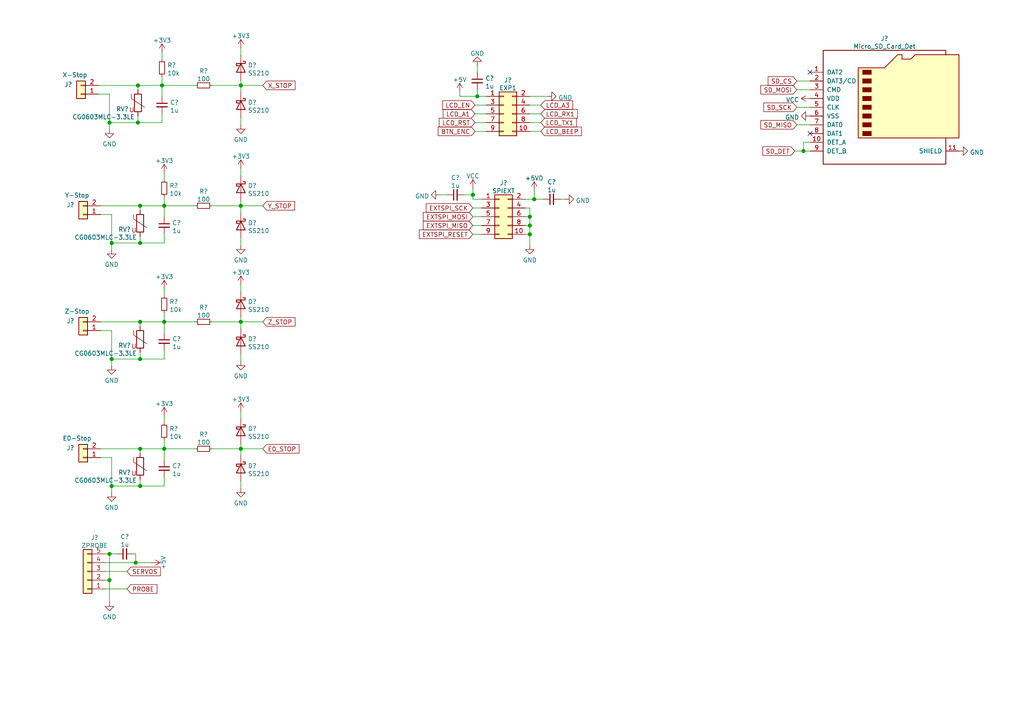
<source format=kicad_sch>
(kicad_sch (version 20210406) (generator eeschema)
  (paper "A4")
  (lib_symbols
    (symbol "Connector:Micro_SD_Card_Det" (pin_names (offset 1.016))
      (property "Reference" "J" (at -16.51 17.78 0))
      (property "Value" "Micro_SD_Card_Det" (at 16.51 17.78 0))
      (symbol "Micro_SD_Card_Det_0_1"
        (rectangle (start -7.62 -6.985) (end -5.08 -8.255) (fill (type outline)))
        (rectangle (start -7.62 -4.445) (end -5.08 -5.715) (fill (type outline)))
        (rectangle (start -7.62 -1.905) (end -5.08 -3.175) (fill (type outline)))
        (rectangle (start -7.62 0.635) (end -5.08 -0.635) (fill (type outline)))
        (rectangle (start -7.62 3.175) (end -5.08 1.905) (fill (type outline)))
        (rectangle (start -7.62 5.715) (end -5.08 4.445) (fill (type outline)))
        (rectangle (start -7.62 8.255) (end -5.08 6.985) (fill (type outline)))
        (rectangle (start -7.62 10.795) (end -5.08 9.525) (fill (type outline)))
        (polyline (pts (xy 16.51 15.24) (xy 16.51 16.51) (xy -19.05 16.51) (xy -19.05 -16.51) (xy 16.51 -16.51) (xy 16.51 -8.89)) (stroke (width 0.254)))
        (polyline (pts (xy -8.89 -8.89) (xy -8.89 11.43) (xy -1.27 11.43) (xy 2.54 15.24) (xy 3.81 15.24) (xy 3.81 13.97) (xy 6.35 13.97) (xy 7.62 15.24) (xy 20.32 15.24) (xy 20.32 -8.89) (xy -8.89 -8.89)) (stroke (width 0.254)) (fill (type background)))
      )
      (symbol "Micro_SD_Card_Det_1_1"
        (pin bidirectional line (at -22.86 10.16 0) (length 3.81) (name "DAT2") (number "1"))
        (pin passive line (at -22.86 -10.16 0) (length 3.81) (name "DET_A") (number "10"))
        (pin passive line (at 20.32 -12.7 180) (length 3.81) (name "SHIELD") (number "11"))
        (pin bidirectional line (at -22.86 7.62 0) (length 3.81) (name "DAT3/CD") (number "2"))
        (pin input line (at -22.86 5.08 0) (length 3.81) (name "CMD") (number "3"))
        (pin power_in line (at -22.86 2.54 0) (length 3.81) (name "VDD") (number "4"))
        (pin input line (at -22.86 0 0) (length 3.81) (name "CLK") (number "5"))
        (pin power_in line (at -22.86 -2.54 0) (length 3.81) (name "VSS") (number "6"))
        (pin bidirectional line (at -22.86 -5.08 0) (length 3.81) (name "DAT0") (number "7"))
        (pin bidirectional line (at -22.86 -7.62 0) (length 3.81) (name "DAT1") (number "8"))
        (pin passive line (at -22.86 -12.7 0) (length 3.81) (name "DET_B") (number "9"))
      )
    )
    (symbol "Connector_Generic:Conn_01x02" (pin_names (offset 1.016) hide)
      (property "Reference" "J" (at 0 2.54 0))
      (property "Value" "Conn_01x02" (at 0 -5.08 0))
      (symbol "Conn_01x02_1_1"
        (rectangle (start -1.27 -2.413) (end 0 -2.667) (stroke (width 0.1524)))
        (rectangle (start -1.27 0.127) (end 0 -0.127) (stroke (width 0.1524)))
        (rectangle (start -1.27 1.27) (end 1.27 -3.81) (stroke (width 0.254)) (fill (type background)))
        (pin passive line (at -5.08 0 0) (length 3.81) (name "Pin_1") (number "1"))
        (pin passive line (at -5.08 -2.54 0) (length 3.81) (name "Pin_2") (number "2"))
      )
    )
    (symbol "Connector_Generic:Conn_01x05" (pin_names (offset 1.016) hide)
      (property "Reference" "J" (at 0 7.62 0))
      (property "Value" "Conn_01x05" (at 0 -7.62 0))
      (symbol "Conn_01x05_1_1"
        (rectangle (start -1.27 -4.953) (end 0 -5.207) (stroke (width 0.1524)))
        (rectangle (start -1.27 -2.413) (end 0 -2.667) (stroke (width 0.1524)))
        (rectangle (start -1.27 0.127) (end 0 -0.127) (stroke (width 0.1524)))
        (rectangle (start -1.27 2.667) (end 0 2.413) (stroke (width 0.1524)))
        (rectangle (start -1.27 5.207) (end 0 4.953) (stroke (width 0.1524)))
        (rectangle (start -1.27 6.35) (end 1.27 -6.35) (stroke (width 0.254)) (fill (type background)))
        (pin passive line (at -5.08 5.08 0) (length 3.81) (name "Pin_1") (number "1"))
        (pin passive line (at -5.08 2.54 0) (length 3.81) (name "Pin_2") (number "2"))
        (pin passive line (at -5.08 0 0) (length 3.81) (name "Pin_3") (number "3"))
        (pin passive line (at -5.08 -2.54 0) (length 3.81) (name "Pin_4") (number "4"))
        (pin passive line (at -5.08 -5.08 0) (length 3.81) (name "Pin_5") (number "5"))
      )
    )
    (symbol "Connector_Generic:Conn_02x05_Odd_Even" (pin_names (offset 1.016) hide)
      (property "Reference" "J" (at 1.27 7.62 0))
      (property "Value" "Conn_02x05_Odd_Even" (at 1.27 -7.62 0))
      (symbol "Conn_02x05_Odd_Even_1_1"
        (rectangle (start -1.27 -4.953) (end 0 -5.207) (stroke (width 0.1524)))
        (rectangle (start -1.27 -2.413) (end 0 -2.667) (stroke (width 0.1524)))
        (rectangle (start -1.27 0.127) (end 0 -0.127) (stroke (width 0.1524)))
        (rectangle (start -1.27 2.667) (end 0 2.413) (stroke (width 0.1524)))
        (rectangle (start -1.27 5.207) (end 0 4.953) (stroke (width 0.1524)))
        (rectangle (start 3.81 -4.953) (end 2.54 -5.207) (stroke (width 0.1524)))
        (rectangle (start 3.81 -2.413) (end 2.54 -2.667) (stroke (width 0.1524)))
        (rectangle (start 3.81 0.127) (end 2.54 -0.127) (stroke (width 0.1524)))
        (rectangle (start 3.81 2.667) (end 2.54 2.413) (stroke (width 0.1524)))
        (rectangle (start 3.81 5.207) (end 2.54 4.953) (stroke (width 0.1524)))
        (rectangle (start -1.27 6.35) (end 3.81 -6.35) (stroke (width 0.254)) (fill (type background)))
        (pin passive line (at -5.08 5.08 0) (length 3.81) (name "Pin_1") (number "1"))
        (pin passive line (at 7.62 -5.08 180) (length 3.81) (name "Pin_10") (number "10"))
        (pin passive line (at 7.62 5.08 180) (length 3.81) (name "Pin_2") (number "2"))
        (pin passive line (at -5.08 2.54 0) (length 3.81) (name "Pin_3") (number "3"))
        (pin passive line (at 7.62 2.54 180) (length 3.81) (name "Pin_4") (number "4"))
        (pin passive line (at -5.08 0 0) (length 3.81) (name "Pin_5") (number "5"))
        (pin passive line (at 7.62 0 180) (length 3.81) (name "Pin_6") (number "6"))
        (pin passive line (at -5.08 -2.54 0) (length 3.81) (name "Pin_7") (number "7"))
        (pin passive line (at 7.62 -2.54 180) (length 3.81) (name "Pin_8") (number "8"))
        (pin passive line (at -5.08 -5.08 0) (length 3.81) (name "Pin_9") (number "9"))
      )
    )
    (symbol "Device:C_Small" (pin_numbers hide) (pin_names (offset 0.254) hide)
      (property "Reference" "C" (at 0.254 1.778 0))
      (property "Value" "C_Small" (at 0.254 -2.032 0))
      (symbol "C_Small_0_1"
        (polyline (pts (xy -1.524 -0.508) (xy 1.524 -0.508)) (stroke (width 0.3302)))
        (polyline (pts (xy -1.524 0.508) (xy 1.524 0.508)) (stroke (width 0.3048)))
      )
      (symbol "C_Small_1_1"
        (pin passive line (at 0 2.54 270) (length 2.032) (name "~") (number "1"))
        (pin passive line (at 0 -2.54 90) (length 2.032) (name "~") (number "2"))
      )
    )
    (symbol "Device:R_Small" (pin_numbers hide) (pin_names (offset 0.254) hide)
      (property "Reference" "R" (at 0.762 0.508 0))
      (property "Value" "R_Small" (at 0.762 -1.016 0))
      (symbol "R_Small_0_1"
        (rectangle (start -0.762 1.778) (end 0.762 -1.778) (stroke (width 0.2032)))
      )
      (symbol "R_Small_1_1"
        (pin passive line (at 0 2.54 270) (length 0.762) (name "~") (number "1"))
        (pin passive line (at 0 -2.54 90) (length 0.762) (name "~") (number "2"))
      )
    )
    (symbol "Device:Varistor" (pin_numbers hide) (pin_names (offset 0))
      (property "Reference" "RV" (at 3.175 0 90))
      (property "Value" "Varistor" (at -3.175 0 90))
      (symbol "Varistor_0_0"
        (text "U" (at -1.778 -2.032 0) (effects (font (size 1.27 1.27))))
      )
      (symbol "Varistor_0_1"
        (rectangle (start -1.016 -2.54) (end 1.016 2.54) (stroke (width 0.254)))
        (polyline (pts (xy -1.905 2.54) (xy -1.905 1.27) (xy 1.905 -1.27)))
      )
      (symbol "Varistor_1_1"
        (pin passive line (at 0 3.81 270) (length 1.27) (name "~") (number "1"))
        (pin passive line (at 0 -3.81 90) (length 1.27) (name "~") (number "2"))
      )
    )
    (symbol "Diode:B120-E3" (pin_numbers hide) (pin_names hide)
      (property "Reference" "D" (at 0 2.54 0))
      (property "Value" "B120-E3" (at 0 -2.54 0))
      (symbol "B120-E3_0_1"
        (polyline (pts (xy 1.27 0) (xy -1.27 0)))
        (polyline (pts (xy 1.27 1.27) (xy 1.27 -1.27) (xy -1.27 0) (xy 1.27 1.27)) (stroke (width 0.254)))
        (polyline (pts (xy -1.905 0.635) (xy -1.905 1.27) (xy -1.27 1.27) (xy -1.27 -1.27) (xy -0.635 -1.27) (xy -0.635 -0.635)) (stroke (width 0.254)))
      )
      (symbol "B120-E3_1_1"
        (pin passive line (at -3.81 0 0) (length 2.54) (name "K") (number "1"))
        (pin passive line (at 3.81 0 180) (length 2.54) (name "A") (number "2"))
      )
    )
    (symbol "power:+3V3" (power) (pin_names (offset 0))
      (property "Value" "+3V3" (at 0 3.556 0))
      (symbol "+3V3_0_1"
        (polyline (pts (xy -0.762 1.27) (xy 0 2.54)))
        (polyline (pts (xy 0 0) (xy 0 2.54)))
        (polyline (pts (xy 0 2.54) (xy 0.762 1.27)))
      )
      (symbol "+3V3_1_1"
        (pin power_in line (at 0 0 90) (length 0) hide (name "+3V3") (number "1"))
      )
    )
    (symbol "power:+5V" (power) (pin_names (offset 0))
      (property "Value" "+5V" (at 0 3.556 0))
      (symbol "+5V_0_1"
        (polyline (pts (xy -0.762 1.27) (xy 0 2.54)))
        (polyline (pts (xy 0 0) (xy 0 2.54)))
        (polyline (pts (xy 0 2.54) (xy 0.762 1.27)))
      )
      (symbol "+5V_1_1"
        (pin power_in line (at 0 0 90) (length 0) hide (name "+5V") (number "1"))
      )
    )
    (symbol "power:+5VD" (power) (pin_names (offset 0))
      (property "Value" "+5VD" (at 0 3.556 0))
      (symbol "+5VD_0_1"
        (polyline (pts (xy -0.762 1.27) (xy 0 2.54)))
        (polyline (pts (xy 0 0) (xy 0 2.54)))
        (polyline (pts (xy 0 2.54) (xy 0.762 1.27)))
      )
      (symbol "+5VD_1_1"
        (pin power_in line (at 0 0 90) (length 0) hide (name "+5VD") (number "1"))
      )
    )
    (symbol "power:GND" (power) (pin_names (offset 0))
      (property "Value" "GND" (at 0 -3.81 0))
      (symbol "GND_0_1"
        (polyline (pts (xy 0 0) (xy 0 -1.27) (xy 1.27 -1.27) (xy 0 -2.54) (xy -1.27 -1.27) (xy 0 -1.27)))
      )
      (symbol "GND_1_1"
        (pin power_in line (at 0 0 270) (length 0) hide (name "GND") (number "1"))
      )
    )
    (symbol "power:VCC" (power) (pin_names (offset 0))
      (property "Value" "VCC" (at 0 3.81 0))
      (symbol "VCC_0_1"
        (polyline (pts (xy -0.762 1.27) (xy 0 2.54)))
        (polyline (pts (xy 0 0) (xy 0 2.54)))
        (polyline (pts (xy 0 2.54) (xy 0.762 1.27)))
      )
      (symbol "VCC_1_1"
        (pin power_in line (at 0 0 90) (length 0) hide (name "VCC") (number "1"))
      )
    )
  )
  (junction (at 31.75 35.56) (diameter 1.016))
  (junction (at 31.75 160.655) (diameter 1.016))
  (junction (at 31.75 168.275) (diameter 1.016))
  (junction (at 32.385 70.485) (diameter 1.016))
  (junction (at 32.385 104.14) (diameter 1.016))
  (junction (at 32.385 140.97) (diameter 1.016))
  (junction (at 39.37 163.195) (diameter 1.016))
  (junction (at 40.005 24.765) (diameter 1.016))
  (junction (at 40.005 35.56) (diameter 1.016))
  (junction (at 40.64 59.69) (diameter 1.016))
  (junction (at 40.64 70.485) (diameter 1.016))
  (junction (at 40.64 93.345) (diameter 1.016))
  (junction (at 40.64 104.14) (diameter 1.016))
  (junction (at 40.64 130.175) (diameter 1.016))
  (junction (at 40.64 140.97) (diameter 1.016))
  (junction (at 46.99 24.765) (diameter 1.016))
  (junction (at 47.625 59.69) (diameter 1.016))
  (junction (at 47.625 93.345) (diameter 1.016))
  (junction (at 47.625 130.175) (diameter 1.016))
  (junction (at 69.85 24.765) (diameter 1.016))
  (junction (at 69.85 59.69) (diameter 1.016))
  (junction (at 69.85 93.345) (diameter 1.016))
  (junction (at 69.85 130.175) (diameter 1.016))
  (junction (at 137.16 56.515) (diameter 1.016))
  (junction (at 138.43 27.94) (diameter 1.016))
  (junction (at 153.67 62.865) (diameter 1.016))
  (junction (at 153.67 65.405) (diameter 1.016))
  (junction (at 153.67 67.945) (diameter 1.016))
  (junction (at 154.94 57.785) (diameter 1.016))
  (junction (at 233.045 43.815) (diameter 1.016))
  (no_connect (at 234.95 20.955))
  (no_connect (at 234.95 38.735))
  (wire (pts (xy 28.575 24.765) (xy 40.005 24.765)))
  (wire (pts (xy 28.575 27.305) (xy 31.75 27.305)))
  (wire (pts (xy 29.21 59.69) (xy 40.64 59.69)))
  (wire (pts (xy 29.21 62.23) (xy 32.385 62.23)))
  (wire (pts (xy 29.21 93.345) (xy 40.64 93.345)))
  (wire (pts (xy 29.21 95.885) (xy 32.385 95.885)))
  (wire (pts (xy 29.21 130.175) (xy 40.64 130.175)))
  (wire (pts (xy 29.21 132.715) (xy 32.385 132.715)))
  (wire (pts (xy 30.48 160.655) (xy 31.75 160.655)))
  (wire (pts (xy 30.48 165.735) (xy 36.83 165.735)))
  (wire (pts (xy 31.75 27.305) (xy 31.75 35.56)))
  (wire (pts (xy 31.75 37.465) (xy 31.75 35.56)))
  (wire (pts (xy 31.75 160.655) (xy 31.75 168.275)))
  (wire (pts (xy 31.75 168.275) (xy 30.48 168.275)))
  (wire (pts (xy 31.75 174.625) (xy 31.75 168.275)))
  (wire (pts (xy 32.385 62.23) (xy 32.385 70.485)))
  (wire (pts (xy 32.385 72.39) (xy 32.385 70.485)))
  (wire (pts (xy 32.385 95.885) (xy 32.385 104.14)))
  (wire (pts (xy 32.385 106.045) (xy 32.385 104.14)))
  (wire (pts (xy 32.385 132.715) (xy 32.385 140.97)))
  (wire (pts (xy 32.385 142.875) (xy 32.385 140.97)))
  (wire (pts (xy 33.655 160.655) (xy 31.75 160.655)))
  (wire (pts (xy 36.83 170.815) (xy 30.48 170.815)))
  (wire (pts (xy 38.735 160.655) (xy 39.37 160.655)))
  (wire (pts (xy 39.37 160.655) (xy 39.37 163.195)))
  (wire (pts (xy 39.37 163.195) (xy 30.48 163.195)))
  (wire (pts (xy 40.005 24.765) (xy 46.99 24.765)))
  (wire (pts (xy 40.005 26.035) (xy 40.005 24.765)))
  (wire (pts (xy 40.005 33.655) (xy 40.005 35.56)))
  (wire (pts (xy 40.005 35.56) (xy 31.75 35.56)))
  (wire (pts (xy 40.64 59.69) (xy 47.625 59.69)))
  (wire (pts (xy 40.64 60.96) (xy 40.64 59.69)))
  (wire (pts (xy 40.64 68.58) (xy 40.64 70.485)))
  (wire (pts (xy 40.64 70.485) (xy 32.385 70.485)))
  (wire (pts (xy 40.64 93.345) (xy 47.625 93.345)))
  (wire (pts (xy 40.64 94.615) (xy 40.64 93.345)))
  (wire (pts (xy 40.64 102.235) (xy 40.64 104.14)))
  (wire (pts (xy 40.64 104.14) (xy 32.385 104.14)))
  (wire (pts (xy 40.64 130.175) (xy 47.625 130.175)))
  (wire (pts (xy 40.64 131.445) (xy 40.64 130.175)))
  (wire (pts (xy 40.64 139.065) (xy 40.64 140.97)))
  (wire (pts (xy 40.64 140.97) (xy 32.385 140.97)))
  (wire (pts (xy 43.815 163.195) (xy 39.37 163.195)))
  (wire (pts (xy 46.99 15.24) (xy 46.99 17.145)))
  (wire (pts (xy 46.99 24.765) (xy 46.99 22.225)))
  (wire (pts (xy 46.99 27.94) (xy 46.99 24.765)))
  (wire (pts (xy 46.99 33.02) (xy 46.99 35.56)))
  (wire (pts (xy 46.99 35.56) (xy 40.005 35.56)))
  (wire (pts (xy 47.625 50.165) (xy 47.625 52.07)))
  (wire (pts (xy 47.625 59.69) (xy 47.625 57.15)))
  (wire (pts (xy 47.625 62.865) (xy 47.625 59.69)))
  (wire (pts (xy 47.625 67.945) (xy 47.625 70.485)))
  (wire (pts (xy 47.625 70.485) (xy 40.64 70.485)))
  (wire (pts (xy 47.625 83.82) (xy 47.625 85.725)))
  (wire (pts (xy 47.625 93.345) (xy 47.625 90.805)))
  (wire (pts (xy 47.625 96.52) (xy 47.625 93.345)))
  (wire (pts (xy 47.625 101.6) (xy 47.625 104.14)))
  (wire (pts (xy 47.625 104.14) (xy 40.64 104.14)))
  (wire (pts (xy 47.625 120.65) (xy 47.625 122.555)))
  (wire (pts (xy 47.625 130.175) (xy 47.625 127.635)))
  (wire (pts (xy 47.625 133.35) (xy 47.625 130.175)))
  (wire (pts (xy 47.625 138.43) (xy 47.625 140.97)))
  (wire (pts (xy 47.625 140.97) (xy 40.64 140.97)))
  (wire (pts (xy 56.515 24.765) (xy 46.99 24.765)))
  (wire (pts (xy 56.515 59.69) (xy 47.625 59.69)))
  (wire (pts (xy 56.515 93.345) (xy 47.625 93.345)))
  (wire (pts (xy 56.515 130.175) (xy 47.625 130.175)))
  (wire (pts (xy 61.595 24.765) (xy 69.85 24.765)))
  (wire (pts (xy 61.595 59.69) (xy 69.85 59.69)))
  (wire (pts (xy 61.595 93.345) (xy 69.85 93.345)))
  (wire (pts (xy 69.85 15.875) (xy 69.85 13.97)))
  (wire (pts (xy 69.85 23.495) (xy 69.85 24.765)))
  (wire (pts (xy 69.85 24.765) (xy 76.2 24.765)))
  (wire (pts (xy 69.85 26.67) (xy 69.85 24.765)))
  (wire (pts (xy 69.85 34.29) (xy 69.85 36.195)))
  (wire (pts (xy 69.85 50.8) (xy 69.85 48.895)))
  (wire (pts (xy 69.85 58.42) (xy 69.85 59.69)))
  (wire (pts (xy 69.85 59.69) (xy 76.2 59.69)))
  (wire (pts (xy 69.85 61.595) (xy 69.85 59.69)))
  (wire (pts (xy 69.85 69.215) (xy 69.85 71.12)))
  (wire (pts (xy 69.85 84.455) (xy 69.85 82.55)))
  (wire (pts (xy 69.85 92.075) (xy 69.85 93.345)))
  (wire (pts (xy 69.85 93.345) (xy 76.2 93.345)))
  (wire (pts (xy 69.85 95.25) (xy 69.85 93.345)))
  (wire (pts (xy 69.85 102.87) (xy 69.85 104.775)))
  (wire (pts (xy 69.85 121.285) (xy 69.85 119.38)))
  (wire (pts (xy 69.85 128.905) (xy 69.85 130.175)))
  (wire (pts (xy 69.85 130.175) (xy 61.595 130.175)))
  (wire (pts (xy 69.85 132.08) (xy 69.85 130.175)))
  (wire (pts (xy 69.85 139.7) (xy 69.85 141.605)))
  (wire (pts (xy 76.2 130.175) (xy 69.85 130.175)))
  (wire (pts (xy 129.54 56.515) (xy 127.635 56.515)))
  (wire (pts (xy 133.35 27.94) (xy 133.35 26.67)))
  (wire (pts (xy 134.62 56.515) (xy 137.16 56.515)))
  (wire (pts (xy 137.16 54.61) (xy 137.16 56.515)))
  (wire (pts (xy 137.16 56.515) (xy 137.16 57.785)))
  (wire (pts (xy 137.16 57.785) (xy 139.7 57.785)))
  (wire (pts (xy 137.16 60.325) (xy 139.7 60.325)))
  (wire (pts (xy 137.16 62.865) (xy 139.7 62.865)))
  (wire (pts (xy 137.16 65.405) (xy 139.7 65.405)))
  (wire (pts (xy 137.795 30.48) (xy 140.97 30.48)))
  (wire (pts (xy 137.795 35.56) (xy 140.97 35.56)))
  (wire (pts (xy 138.43 19.05) (xy 138.43 20.955)))
  (wire (pts (xy 138.43 26.035) (xy 138.43 27.94)))
  (wire (pts (xy 138.43 27.94) (xy 133.35 27.94)))
  (wire (pts (xy 139.7 67.945) (xy 137.16 67.945)))
  (wire (pts (xy 140.97 27.94) (xy 138.43 27.94)))
  (wire (pts (xy 140.97 33.02) (xy 137.795 33.02)))
  (wire (pts (xy 140.97 38.1) (xy 137.795 38.1)))
  (wire (pts (xy 152.4 60.325) (xy 153.67 60.325)))
  (wire (pts (xy 152.4 62.865) (xy 153.67 62.865)))
  (wire (pts (xy 152.4 65.405) (xy 153.67 65.405)))
  (wire (pts (xy 152.4 67.945) (xy 153.67 67.945)))
  (wire (pts (xy 153.67 33.02) (xy 156.845 33.02)))
  (wire (pts (xy 153.67 38.1) (xy 156.845 38.1)))
  (wire (pts (xy 153.67 60.325) (xy 153.67 62.865)))
  (wire (pts (xy 153.67 62.865) (xy 153.67 65.405)))
  (wire (pts (xy 153.67 65.405) (xy 153.67 67.945)))
  (wire (pts (xy 153.67 67.945) (xy 153.67 71.12)))
  (wire (pts (xy 154.94 55.245) (xy 154.94 57.785)))
  (wire (pts (xy 154.94 57.785) (xy 152.4 57.785)))
  (wire (pts (xy 156.845 30.48) (xy 153.67 30.48)))
  (wire (pts (xy 156.845 35.56) (xy 153.67 35.56)))
  (wire (pts (xy 157.48 57.785) (xy 154.94 57.785)))
  (wire (pts (xy 158.75 27.94) (xy 153.67 27.94)))
  (wire (pts (xy 163.83 57.785) (xy 162.56 57.785)))
  (wire (pts (xy 231.14 26.035) (xy 234.95 26.035)))
  (wire (pts (xy 231.14 36.195) (xy 234.95 36.195)))
  (wire (pts (xy 233.045 41.275) (xy 233.045 43.815)))
  (wire (pts (xy 233.045 43.815) (xy 230.505 43.815)))
  (wire (pts (xy 234.95 23.495) (xy 231.14 23.495)))
  (wire (pts (xy 234.95 31.115) (xy 231.14 31.115)))
  (wire (pts (xy 234.95 41.275) (xy 233.045 41.275)))
  (wire (pts (xy 234.95 43.815) (xy 233.045 43.815)))
  (global_label "SERVOS" (shape input) (at 36.83 165.735 0) (property "Intersheet References" "${INTERSHEET_REFS}" (effects hide)))
  (global_label "PROBE" (shape input) (at 36.83 170.815 0) (property "Intersheet References" "${INTERSHEET_REFS}" (effects hide)))
  (global_label "X_STOP" (shape input) (at 76.2 24.765 0) (property "Intersheet References" "${INTERSHEET_REFS}" (effects hide)))
  (global_label "Y_STOP" (shape input) (at 76.2 59.69 0) (property "Intersheet References" "${INTERSHEET_REFS}" (effects hide)))
  (global_label "Z_STOP" (shape input) (at 76.2 93.345 0) (property "Intersheet References" "${INTERSHEET_REFS}" (effects hide)))
  (global_label "E0_STOP" (shape input) (at 76.2 130.175 0) (property "Intersheet References" "${INTERSHEET_REFS}" (effects hide)))
  (global_label "EXTSPI_SCK" (shape input) (at 137.16 60.325 180) (property "Intersheet References" "${INTERSHEET_REFS}" (effects hide)))
  (global_label "EXTSPI_MOSI" (shape input) (at 137.16 62.865 180) (property "Intersheet References" "${INTERSHEET_REFS}" (effects hide)))
  (global_label "EXTSPI_MISO" (shape input) (at 137.16 65.405 180) (property "Intersheet References" "${INTERSHEET_REFS}" (effects hide)))
  (global_label "EXTSPI_RESET" (shape input) (at 137.16 67.945 180) (property "Intersheet References" "${INTERSHEET_REFS}" (effects hide)))
  (global_label "LCD_EN" (shape input) (at 137.795 30.48 180) (property "Intersheet References" "${INTERSHEET_REFS}" (effects hide)))
  (global_label "LCD_A1" (shape input) (at 137.795 33.02 180) (property "Intersheet References" "${INTERSHEET_REFS}" (effects hide)))
  (global_label "LCD_RST" (shape input) (at 137.795 35.56 180) (property "Intersheet References" "${INTERSHEET_REFS}" (effects hide)))
  (global_label "BTN_ENC" (shape input) (at 137.795 38.1 180) (property "Intersheet References" "${INTERSHEET_REFS}" (effects hide)))
  (global_label "LCD_A3" (shape input) (at 156.845 30.48 0) (property "Intersheet References" "${INTERSHEET_REFS}" (effects hide)))
  (global_label "LCD_RX1" (shape input) (at 156.845 33.02 0) (property "Intersheet References" "${INTERSHEET_REFS}" (effects hide)))
  (global_label "LCD_TX1" (shape input) (at 156.845 35.56 0) (property "Intersheet References" "${INTERSHEET_REFS}" (effects hide)))
  (global_label "LCD_BEEP" (shape input) (at 156.845 38.1 0) (property "Intersheet References" "${INTERSHEET_REFS}" (effects hide)))
  (global_label "SD_DET" (shape input) (at 230.505 43.815 180) (property "Intersheet References" "${INTERSHEET_REFS}" (effects hide)))
  (global_label "SD_CS" (shape input) (at 231.14 23.495 180) (property "Intersheet References" "${INTERSHEET_REFS}" (effects hide)))
  (global_label "SD_MOSI" (shape input) (at 231.14 26.035 180) (property "Intersheet References" "${INTERSHEET_REFS}" (effects hide)))
  (global_label "SD_SCK" (shape input) (at 231.14 31.115 180) (property "Intersheet References" "${INTERSHEET_REFS}" (effects hide)))
  (global_label "SD_MISO" (shape input) (at 231.14 36.195 180) (property "Intersheet References" "${INTERSHEET_REFS}" (effects hide)))
  (symbol (lib_id "power:+5V") (at 43.815 163.195 270) (unit 1)
    (property "Reference" "#PWR?" (effects hide))
    (property "Value" "+5V" (at 47.3624 163.195 0))
  )
  (symbol (lib_id "power:+3V3") (at 46.99 15.24 0) (unit 1)
    (property "Reference" "#PWR?" (effects hide))
    (property "Value" "+3V3" (at 46.99 11.6926 0))
  )
  (symbol (lib_id "power:+3V3") (at 47.625 50.165 0) (unit 1)
    (property "Reference" "#PWR?" (effects hide))
    (property "Value" "+3V3" (at 47.625 46.6176 0))
  )
  (symbol (lib_id "power:+3V3") (at 47.625 83.82 0) (unit 1)
    (property "Reference" "#PWR?" (effects hide))
    (property "Value" "+3V3" (at 47.625 80.2726 0))
  )
  (symbol (lib_id "power:+3V3") (at 47.625 120.65 0) (unit 1)
    (property "Reference" "#PWR?" (effects hide))
    (property "Value" "+3V3" (at 47.625 117.1026 0))
  )
  (symbol (lib_id "power:+3V3") (at 69.85 13.97 0) (unit 1)
    (property "Reference" "#PWR?" (effects hide))
    (property "Value" "+3V3" (at 69.85 10.4226 0))
  )
  (symbol (lib_id "power:+3V3") (at 69.85 48.895 0) (unit 1)
    (property "Reference" "#PWR?" (effects hide))
    (property "Value" "+3V3" (at 69.85 45.3476 0))
  )
  (symbol (lib_id "power:+3V3") (at 69.85 82.55 0) (unit 1)
    (property "Reference" "#PWR?" (effects hide))
    (property "Value" "+3V3" (at 69.85 79.0026 0))
  )
  (symbol (lib_id "power:+3V3") (at 69.85 119.38 0) (unit 1)
    (property "Reference" "#PWR?" (effects hide))
    (property "Value" "+3V3" (at 69.85 115.8326 0))
  )
  (symbol (lib_id "power:+5V") (at 133.35 26.67 0) (unit 1)
    (property "Reference" "#PWR?" (effects hide))
    (property "Value" "+5V" (at 133.35 23.1226 0))
  )
  (symbol (lib_id "power:VCC") (at 137.16 54.61 0) (unit 1)
    (property "Reference" "#PWR?" (effects hide))
    (property "Value" "VCC" (at 137.16 51.0626 0))
  )
  (symbol (lib_id "power:+5VD") (at 154.94 55.245 0) (unit 1)
    (property "Reference" "#PWR?" (effects hide))
    (property "Value" "+5VD" (at 154.94 51.6976 0))
  )
  (symbol (lib_id "power:VCC") (at 234.95 28.575 90) (unit 1)
    (property "Reference" "#PWR?" (effects hide))
    (property "Value" "VCC" (at 231.7749 28.9635 90) (effects (justify left)))
  )
  (symbol (lib_id "power:GND") (at 31.75 37.465 0) (unit 1)
    (property "Reference" "#PWR?" (effects hide))
    (property "Value" "GND" (at 31.75 41.7894 0))
  )
  (symbol (lib_id "power:GND") (at 31.75 174.625 0) (unit 1)
    (property "Reference" "#PWR?" (effects hide))
    (property "Value" "GND" (at 31.75 178.9494 0))
  )
  (symbol (lib_id "power:GND") (at 32.385 72.39 0) (unit 1)
    (property "Reference" "#PWR?" (effects hide))
    (property "Value" "GND" (at 32.385 76.7144 0))
  )
  (symbol (lib_id "power:GND") (at 32.385 106.045 0) (unit 1)
    (property "Reference" "#PWR?" (effects hide))
    (property "Value" "GND" (at 32.385 110.3694 0))
  )
  (symbol (lib_id "power:GND") (at 32.385 142.875 0) (unit 1)
    (property "Reference" "#PWR?" (effects hide))
    (property "Value" "GND" (at 32.385 147.1994 0))
  )
  (symbol (lib_id "power:GND") (at 69.85 36.195 0) (unit 1)
    (property "Reference" "#PWR?" (effects hide))
    (property "Value" "GND" (at 69.85 40.5194 0))
  )
  (symbol (lib_id "power:GND") (at 69.85 71.12 0) (unit 1)
    (property "Reference" "#PWR?" (effects hide))
    (property "Value" "GND" (at 69.85 75.4444 0))
  )
  (symbol (lib_id "power:GND") (at 69.85 104.775 0) (unit 1)
    (property "Reference" "#PWR?" (effects hide))
    (property "Value" "GND" (at 69.85 109.0994 0))
  )
  (symbol (lib_id "power:GND") (at 69.85 141.605 0) (unit 1)
    (property "Reference" "#PWR?" (effects hide))
    (property "Value" "GND" (at 69.85 145.9294 0))
  )
  (symbol (lib_id "power:GND") (at 127.635 56.515 270) (unit 1)
    (property "Reference" "#PWR?" (effects hide))
    (property "Value" "GND" (at 124.46 56.9035 90) (effects (justify right)))
  )
  (symbol (lib_id "power:GND") (at 138.43 19.05 180) (unit 1)
    (property "Reference" "#PWR?" (effects hide))
    (property "Value" "GND" (at 138.43 15.5026 0))
  )
  (symbol (lib_id "power:GND") (at 153.67 71.12 0) (unit 1)
    (property "Reference" "#PWR?" (effects hide))
    (property "Value" "GND" (at 153.67 75.4444 0))
  )
  (symbol (lib_id "power:GND") (at 158.75 27.94 90) (unit 1)
    (property "Reference" "#PWR?" (effects hide))
    (property "Value" "GND" (at 161.9251 28.3285 90) (effects (justify right)))
  )
  (symbol (lib_id "power:GND") (at 163.83 57.785 90) (unit 1)
    (property "Reference" "#PWR?" (effects hide))
    (property "Value" "GND" (at 167.0051 58.1735 90) (effects (justify right)))
  )
  (symbol (lib_id "power:GND") (at 234.95 33.655 270) (unit 1)
    (property "Reference" "#PWR?" (effects hide))
    (property "Value" "GND" (at 231.775 34.0435 90) (effects (justify right)))
  )
  (symbol (lib_id "power:GND") (at 278.13 43.815 90) (unit 1)
    (property "Reference" "#PWR?" (effects hide))
    (property "Value" "GND" (at 281.3051 44.2035 90) (effects (justify right)))
  )
  (symbol (lib_id "Device:R_Small") (at 46.99 19.685 0) (unit 1)
    (property "Reference" "R?" (at 48.4887 18.9241 0) (effects (justify left)))
    (property "Value" "10k" (at 48.4887 21.2228 0) (effects (justify left)))
  )
  (symbol (lib_id "Device:R_Small") (at 47.625 54.61 0) (unit 1)
    (property "Reference" "R?" (at 49.1237 53.8491 0) (effects (justify left)))
    (property "Value" "10k" (at 49.1237 56.1478 0) (effects (justify left)))
  )
  (symbol (lib_id "Device:R_Small") (at 47.625 88.265 0) (unit 1)
    (property "Reference" "R?" (at 49.1237 87.5041 0) (effects (justify left)))
    (property "Value" "10k" (at 49.1237 89.8028 0) (effects (justify left)))
  )
  (symbol (lib_id "Device:R_Small") (at 47.625 125.095 0) (unit 1)
    (property "Reference" "R?" (at 49.1237 124.3341 0) (effects (justify left)))
    (property "Value" "10k" (at 49.1237 126.6328 0) (effects (justify left)))
  )
  (symbol (lib_id "Device:R_Small") (at 59.055 24.765 90) (unit 1)
    (property "Reference" "R?" (at 59.055 20.5952 90))
    (property "Value" "100" (at 59.055 22.8939 90))
  )
  (symbol (lib_id "Device:R_Small") (at 59.055 59.69 90) (unit 1)
    (property "Reference" "R?" (at 59.055 55.5202 90))
    (property "Value" "100" (at 59.055 57.8189 90))
  )
  (symbol (lib_id "Device:R_Small") (at 59.055 93.345 90) (unit 1)
    (property "Reference" "R?" (at 59.055 89.1752 90))
    (property "Value" "100" (at 59.055 91.4739 90))
  )
  (symbol (lib_id "Device:R_Small") (at 59.055 130.175 90) (unit 1)
    (property "Reference" "R?" (at 59.055 126.0052 90))
    (property "Value" "100" (at 59.055 128.3039 90))
  )
  (symbol (lib_id "Device:C_Small") (at 36.195 160.655 90) (unit 1)
    (property "Reference" "C?" (at 36.195 155.6597 90))
    (property "Value" "1u" (at 36.195 157.9584 90))
  )
  (symbol (lib_id "Device:C_Small") (at 46.99 30.48 0) (unit 1)
    (property "Reference" "C?" (at 49.3142 29.7191 0) (effects (justify left)))
    (property "Value" "1u" (at 49.3142 32.0178 0) (effects (justify left)))
  )
  (symbol (lib_id "Device:C_Small") (at 47.625 65.405 0) (unit 1)
    (property "Reference" "C?" (at 49.9492 64.6441 0) (effects (justify left)))
    (property "Value" "1u" (at 49.9492 66.9428 0) (effects (justify left)))
  )
  (symbol (lib_id "Device:C_Small") (at 47.625 99.06 0) (unit 1)
    (property "Reference" "C?" (at 49.9492 98.2991 0) (effects (justify left)))
    (property "Value" "1u" (at 49.9492 100.5978 0) (effects (justify left)))
  )
  (symbol (lib_id "Device:C_Small") (at 47.625 135.89 0) (unit 1)
    (property "Reference" "C?" (at 49.9492 135.1291 0) (effects (justify left)))
    (property "Value" "1u" (at 49.9492 137.4278 0) (effects (justify left)))
  )
  (symbol (lib_id "Device:C_Small") (at 132.08 56.515 90) (unit 1)
    (property "Reference" "C?" (at 132.08 51.5197 90))
    (property "Value" "1u" (at 132.08 53.8184 90))
  )
  (symbol (lib_id "Device:C_Small") (at 138.43 23.495 0) (unit 1)
    (property "Reference" "C?" (at 140.7542 22.7341 0) (effects (justify left)))
    (property "Value" "1u" (at 140.7542 25.0328 0) (effects (justify left)))
  )
  (symbol (lib_id "Device:C_Small") (at 160.02 57.785 90) (unit 1)
    (property "Reference" "C?" (at 160.02 52.7897 90))
    (property "Value" "1u" (at 160.02 55.0884 90))
  )
  (symbol (lib_id "Diode:B120-E3") (at 69.85 19.685 270) (unit 1)
    (property "Reference" "D?" (at 71.8821 18.9241 90) (effects (justify left)))
    (property "Value" "SS210" (at 71.8821 21.2228 90) (effects (justify left)))
    (property "Footprint" "Diode_SMD:D_SMA" (effects hide))
    (property "Datasheet" "http://www.vishay.com/docs/88946/b120.pdf" (effects hide))
    (property "LCSC" "C14996" (effects hide))
  )
  (symbol (lib_id "Diode:B120-E3") (at 69.85 30.48 270) (unit 1)
    (property "Reference" "D?" (at 71.8821 29.7191 90) (effects (justify left)))
    (property "Value" "SS210" (at 71.8821 32.0178 90) (effects (justify left)))
    (property "Footprint" "Diode_SMD:D_SMA" (effects hide))
    (property "Datasheet" "http://www.vishay.com/docs/88946/b120.pdf" (effects hide))
    (property "LCSC" "C14996" (effects hide))
  )
  (symbol (lib_id "Diode:B120-E3") (at 69.85 54.61 270) (unit 1)
    (property "Reference" "D?" (at 71.8821 53.8491 90) (effects (justify left)))
    (property "Value" "SS210" (at 71.8821 56.1478 90) (effects (justify left)))
    (property "Footprint" "Diode_SMD:D_SMA" (effects hide))
    (property "Datasheet" "http://www.vishay.com/docs/88946/b120.pdf" (effects hide))
    (property "LCSC" "C14996" (effects hide))
  )
  (symbol (lib_id "Diode:B120-E3") (at 69.85 65.405 270) (unit 1)
    (property "Reference" "D?" (at 71.8821 64.6441 90) (effects (justify left)))
    (property "Value" "SS210" (at 71.8821 66.9428 90) (effects (justify left)))
    (property "Footprint" "Diode_SMD:D_SMA" (effects hide))
    (property "Datasheet" "http://www.vishay.com/docs/88946/b120.pdf" (effects hide))
    (property "LCSC" "C14996" (effects hide))
  )
  (symbol (lib_id "Diode:B120-E3") (at 69.85 88.265 270) (unit 1)
    (property "Reference" "D?" (at 71.8821 87.5041 90) (effects (justify left)))
    (property "Value" "SS210" (at 71.8821 89.8028 90) (effects (justify left)))
    (property "Footprint" "Diode_SMD:D_SMA" (effects hide))
    (property "Datasheet" "http://www.vishay.com/docs/88946/b120.pdf" (effects hide))
    (property "LCSC" "C14996" (effects hide))
  )
  (symbol (lib_id "Diode:B120-E3") (at 69.85 99.06 270) (unit 1)
    (property "Reference" "D?" (at 71.8821 98.2991 90) (effects (justify left)))
    (property "Value" "SS210" (at 71.8821 100.5978 90) (effects (justify left)))
    (property "Footprint" "Diode_SMD:D_SMA" (effects hide))
    (property "Datasheet" "http://www.vishay.com/docs/88946/b120.pdf" (effects hide))
    (property "LCSC" "C14996" (effects hide))
  )
  (symbol (lib_id "Diode:B120-E3") (at 69.85 125.095 270) (unit 1)
    (property "Reference" "D?" (at 71.8821 124.3341 90) (effects (justify left)))
    (property "Value" "SS210" (at 71.8821 126.6328 90) (effects (justify left)))
    (property "Footprint" "Diode_SMD:D_SMA" (effects hide))
    (property "Datasheet" "http://www.vishay.com/docs/88946/b120.pdf" (effects hide))
    (property "LCSC" "C14996" (effects hide))
  )
  (symbol (lib_id "Diode:B120-E3") (at 69.85 135.89 270) (unit 1)
    (property "Reference" "D?" (at 71.8821 135.1291 90) (effects (justify left)))
    (property "Value" "SS210" (at 71.8821 137.4278 90) (effects (justify left)))
    (property "Footprint" "Diode_SMD:D_SMA" (effects hide))
    (property "Datasheet" "http://www.vishay.com/docs/88946/b120.pdf" (effects hide))
    (property "LCSC" "C14996" (effects hide))
  )
  (symbol (lib_id "Connector_Generic:Conn_01x02") (at 23.495 27.305 180) (unit 1)
    (property "Reference" "J?" (at 19.812 24.5068 0))
    (property "Value" "X-Stop" (at 21.717 21.7255 0))
  )
  (symbol (lib_id "Connector_Generic:Conn_01x02") (at 24.13 62.23 180) (unit 1)
    (property "Reference" "J?" (at 20.447 59.4318 0))
    (property "Value" "Y-Stop" (at 22.352 56.6505 0))
  )
  (symbol (lib_id "Connector_Generic:Conn_01x02") (at 24.13 95.885 180) (unit 1)
    (property "Reference" "J?" (at 20.447 93.0868 0))
    (property "Value" "Z-Stop" (at 22.352 90.3055 0))
  )
  (symbol (lib_id "Connector_Generic:Conn_01x02") (at 24.13 132.715 180) (unit 1)
    (property "Reference" "J?" (at 20.447 129.9168 0))
    (property "Value" "E0-Stop" (at 22.352 127.1355 0))
  )
  (symbol (lib_id "Device:Varistor") (at 40.005 29.845 0) (unit 1)
    (property "Reference" "RV?" (at 33.655 31.6241 0) (effects (justify left)))
    (property "Value" "CG0603MLC-3.3LE" (at 20.955 33.9228 0) (effects (justify left)))
  )
  (symbol (lib_id "Device:Varistor") (at 40.64 64.77 0) (unit 1)
    (property "Reference" "RV?" (at 34.29 66.5491 0) (effects (justify left)))
    (property "Value" "CG0603MLC-3.3LE" (at 21.59 68.8478 0) (effects (justify left)))
  )
  (symbol (lib_id "Device:Varistor") (at 40.64 98.425 0) (unit 1)
    (property "Reference" "RV?" (at 34.29 100.2041 0) (effects (justify left)))
    (property "Value" "CG0603MLC-3.3LE" (at 21.59 102.5028 0) (effects (justify left)))
  )
  (symbol (lib_id "Device:Varistor") (at 40.64 135.255 0) (unit 1)
    (property "Reference" "RV?" (at 34.29 137.0341 0) (effects (justify left)))
    (property "Value" "CG0603MLC-3.3LE" (at 21.59 139.3328 0) (effects (justify left)))
  )
  (symbol (lib_id "Connector_Generic:Conn_01x05") (at 25.4 165.735 180) (unit 1)
    (property "Reference" "J?" (at 27.432 155.9518 0))
    (property "Value" "ZPROBE" (at 27.432 158.2505 0))
  )
  (symbol (lib_id "Connector_Generic:Conn_02x05_Odd_Even") (at 144.78 62.865 0) (unit 1)
    (property "Reference" "J?" (at 146.05 53.0818 0))
    (property "Value" "SPIEXT" (at 146.05 55.3805 0))
  )
  (symbol (lib_id "Connector_Generic:Conn_02x05_Odd_Even") (at 146.05 33.02 0) (unit 1)
    (property "Reference" "J?" (at 147.32 23.2368 0))
    (property "Value" "EXP1" (at 147.32 25.5355 0))
  )
  (symbol (lib_id "Connector:Micro_SD_Card_Det") (at 257.81 31.115 0) (unit 1)
    (property "Reference" "J?" (at 256.54 11.1718 0))
    (property "Value" "Micro_SD_Card_Det" (at 256.54 13.4705 0))
    (property "Datasheet" "https://www.hirose.com/product/en/download_file/key_name/DM3/category/Catalog/doc_file_id/49662/?file_category_id=4&item_id=195&is_series=1" (effects hide))
  )
)
</source>
